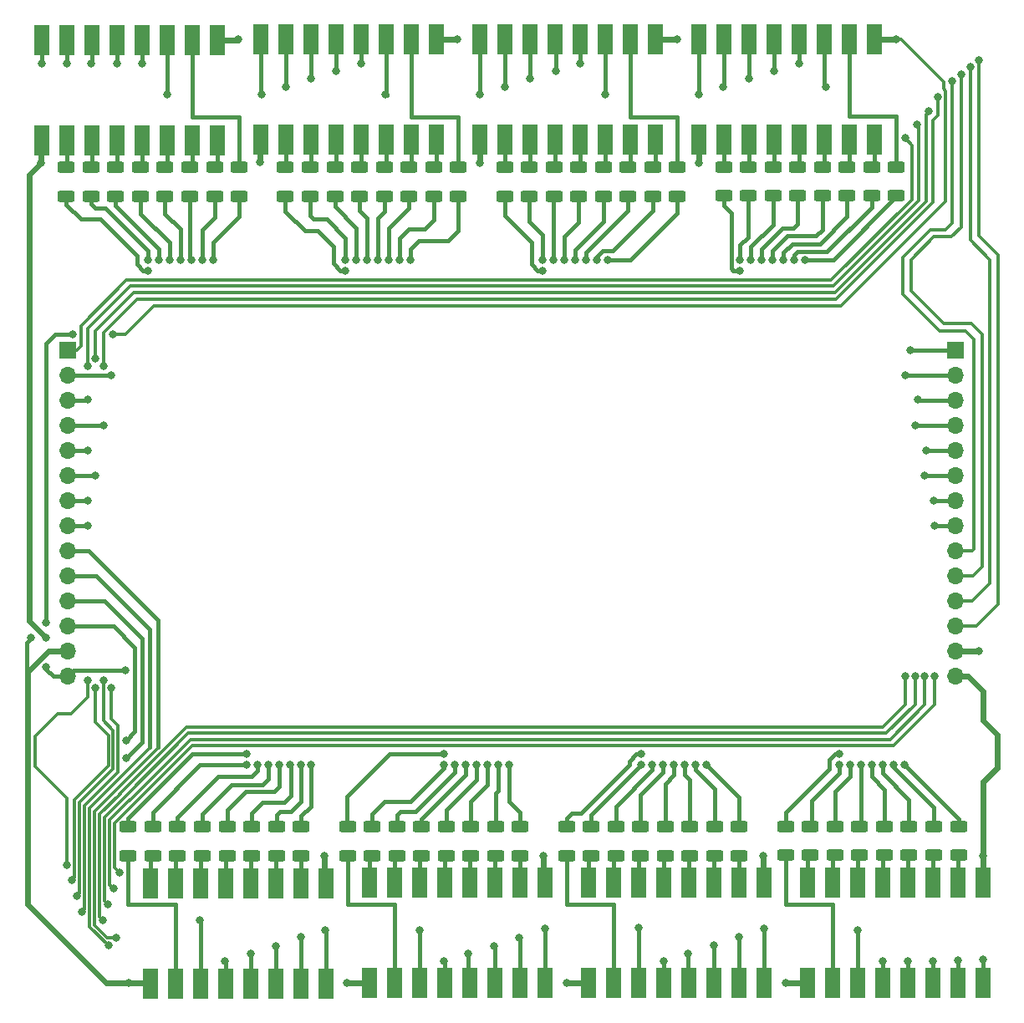
<source format=gtl>
%TF.GenerationSoftware,KiCad,Pcbnew,(6.0.5)*%
%TF.CreationDate,2022-10-16T21:39:42+03:00*%
%TF.ProjectId,LED_MATRIX,4c45445f-4d41-4545-9249-582e6b696361,rev?*%
%TF.SameCoordinates,Original*%
%TF.FileFunction,Copper,L1,Top*%
%TF.FilePolarity,Positive*%
%FSLAX46Y46*%
G04 Gerber Fmt 4.6, Leading zero omitted, Abs format (unit mm)*
G04 Created by KiCad (PCBNEW (6.0.5)) date 2022-10-16 21:39:42*
%MOMM*%
%LPD*%
G01*
G04 APERTURE LIST*
G04 Aperture macros list*
%AMRoundRect*
0 Rectangle with rounded corners*
0 $1 Rounding radius*
0 $2 $3 $4 $5 $6 $7 $8 $9 X,Y pos of 4 corners*
0 Add a 4 corners polygon primitive as box body*
4,1,4,$2,$3,$4,$5,$6,$7,$8,$9,$2,$3,0*
0 Add four circle primitives for the rounded corners*
1,1,$1+$1,$2,$3*
1,1,$1+$1,$4,$5*
1,1,$1+$1,$6,$7*
1,1,$1+$1,$8,$9*
0 Add four rect primitives between the rounded corners*
20,1,$1+$1,$2,$3,$4,$5,0*
20,1,$1+$1,$4,$5,$6,$7,0*
20,1,$1+$1,$6,$7,$8,$9,0*
20,1,$1+$1,$8,$9,$2,$3,0*%
G04 Aperture macros list end*
%TA.AperFunction,SMDPad,CuDef*%
%ADD10RoundRect,0.250000X-0.625000X0.312500X-0.625000X-0.312500X0.625000X-0.312500X0.625000X0.312500X0*%
%TD*%
%TA.AperFunction,SMDPad,CuDef*%
%ADD11RoundRect,0.250000X0.625000X-0.312500X0.625000X0.312500X-0.625000X0.312500X-0.625000X-0.312500X0*%
%TD*%
%TA.AperFunction,ComponentPad*%
%ADD12R,1.700000X1.700000*%
%TD*%
%TA.AperFunction,ComponentPad*%
%ADD13O,1.700000X1.700000*%
%TD*%
%TA.AperFunction,SMDPad,CuDef*%
%ADD14R,1.600000X3.100000*%
%TD*%
%TA.AperFunction,ViaPad*%
%ADD15C,0.800000*%
%TD*%
%TA.AperFunction,Conductor*%
%ADD16C,0.400000*%
%TD*%
%TA.AperFunction,Conductor*%
%ADD17C,0.300000*%
%TD*%
%TA.AperFunction,Conductor*%
%ADD18C,0.600000*%
%TD*%
G04 APERTURE END LIST*
D10*
%TO.P,REF\u002A\u002A,1*%
%TO.N,N/C*%
X98500000Y-52507500D03*
%TO.P,REF\u002A\u002A,2*%
X98500000Y-55432500D03*
%TD*%
D11*
%TO.P,REF\u002A\u002A,1*%
%TO.N,N/C*%
X97270000Y-122252500D03*
%TO.P,REF\u002A\u002A,2*%
X97270000Y-119327500D03*
%TD*%
D10*
%TO.P,REF\u002A\u002A,1*%
%TO.N,N/C*%
X76310000Y-52527500D03*
%TO.P,REF\u002A\u002A,2*%
X76310000Y-55452500D03*
%TD*%
%TO.P,REF\u002A\u002A,1*%
%TO.N,N/C*%
X142890000Y-52487500D03*
%TO.P,REF\u002A\u002A,2*%
X142890000Y-55412500D03*
%TD*%
D11*
%TO.P,REF\u002A\u002A,1*%
%TO.N,N/C*%
X80080000Y-122272500D03*
%TO.P,REF\u002A\u002A,2*%
X80080000Y-119347500D03*
%TD*%
D10*
%TO.P,REF\u002A\u002A,1*%
%TO.N,N/C*%
X140390000Y-52487500D03*
%TO.P,REF\u002A\u002A,2*%
X140390000Y-55412500D03*
%TD*%
D11*
%TO.P,REF\u002A\u002A,1*%
%TO.N,N/C*%
X89770000Y-122252500D03*
%TO.P,REF\u002A\u002A,2*%
X89770000Y-119327500D03*
%TD*%
%TO.P,REF\u002A\u002A,1*%
%TO.N,N/C*%
X136660000Y-122232500D03*
%TO.P,REF\u002A\u002A,2*%
X136660000Y-119307500D03*
%TD*%
%TO.P,REF\u002A\u002A,1*%
%TO.N,N/C*%
X72580000Y-122272500D03*
%TO.P,REF\u002A\u002A,2*%
X72580000Y-119347500D03*
%TD*%
%TO.P,REF\u002A\u002A,1*%
%TO.N,N/C*%
X149160000Y-122232500D03*
%TO.P,REF\u002A\u002A,2*%
X149160000Y-119307500D03*
%TD*%
%TO.P,REF\u002A\u002A,1*%
%TO.N,N/C*%
X85080000Y-122272500D03*
%TO.P,REF\u002A\u002A,2*%
X85080000Y-119347500D03*
%TD*%
D10*
%TO.P,REF\u002A\u002A,1*%
%TO.N,N/C*%
X101000000Y-52507500D03*
%TO.P,REF\u002A\u002A,2*%
X101000000Y-55432500D03*
%TD*%
D11*
%TO.P,REF\u002A\u002A,1*%
%TO.N,N/C*%
X144160000Y-122232500D03*
%TO.P,REF\u002A\u002A,2*%
X144160000Y-119307500D03*
%TD*%
D10*
%TO.P,REF\u002A\u002A,1*%
%TO.N,N/C*%
X71310000Y-52527500D03*
%TO.P,REF\u002A\u002A,2*%
X71310000Y-55452500D03*
%TD*%
%TO.P,REF\u002A\u002A,1*%
%TO.N,N/C*%
X73810000Y-52527500D03*
%TO.P,REF\u002A\u002A,2*%
X73810000Y-55452500D03*
%TD*%
%TO.P,REF\u002A\u002A,1*%
%TO.N,N/C*%
X105700000Y-52507500D03*
%TO.P,REF\u002A\u002A,2*%
X105700000Y-55432500D03*
%TD*%
%TO.P,REF\u002A\u002A,1*%
%TO.N,N/C*%
X91000000Y-52507500D03*
%TO.P,REF\u002A\u002A,2*%
X91000000Y-55432500D03*
%TD*%
%TO.P,REF\u002A\u002A,1*%
%TO.N,N/C*%
X63810000Y-52527500D03*
%TO.P,REF\u002A\u002A,2*%
X63810000Y-55452500D03*
%TD*%
%TO.P,REF\u002A\u002A,1*%
%TO.N,N/C*%
X96000000Y-52507500D03*
%TO.P,REF\u002A\u002A,2*%
X96000000Y-55432500D03*
%TD*%
D11*
%TO.P,REF\u002A\u002A,1*%
%TO.N,N/C*%
X134160000Y-122232500D03*
%TO.P,REF\u002A\u002A,2*%
X134160000Y-119307500D03*
%TD*%
D10*
%TO.P,REF\u002A\u002A,1*%
%TO.N,N/C*%
X118200000Y-52507500D03*
%TO.P,REF\u002A\u002A,2*%
X118200000Y-55432500D03*
%TD*%
%TO.P,REF\u002A\u002A,1*%
%TO.N,N/C*%
X78810000Y-52527500D03*
%TO.P,REF\u002A\u002A,2*%
X78810000Y-55452500D03*
%TD*%
%TO.P,REF\u002A\u002A,1*%
%TO.N,N/C*%
X108200000Y-52507500D03*
%TO.P,REF\u002A\u002A,2*%
X108200000Y-55432500D03*
%TD*%
D11*
%TO.P,REF\u002A\u002A,1*%
%TO.N,N/C*%
X111970000Y-122252500D03*
%TO.P,REF\u002A\u002A,2*%
X111970000Y-119327500D03*
%TD*%
%TO.P,REF\u002A\u002A,1*%
%TO.N,N/C*%
X141660000Y-122232500D03*
%TO.P,REF\u002A\u002A,2*%
X141660000Y-119307500D03*
%TD*%
%TO.P,REF\u002A\u002A,1*%
%TO.N,N/C*%
X77580000Y-122272500D03*
%TO.P,REF\u002A\u002A,2*%
X77580000Y-119347500D03*
%TD*%
D10*
%TO.P,REF\u002A\u002A,1*%
%TO.N,N/C*%
X137890000Y-52487500D03*
%TO.P,REF\u002A\u002A,2*%
X137890000Y-55412500D03*
%TD*%
%TO.P,REF\u002A\u002A,1*%
%TO.N,N/C*%
X110700000Y-52507500D03*
%TO.P,REF\u002A\u002A,2*%
X110700000Y-55432500D03*
%TD*%
D11*
%TO.P,REF\u002A\u002A,1*%
%TO.N,N/C*%
X124470000Y-122252500D03*
%TO.P,REF\u002A\u002A,2*%
X124470000Y-119327500D03*
%TD*%
%TO.P,REF\u002A\u002A,1*%
%TO.N,N/C*%
X116970000Y-122252500D03*
%TO.P,REF\u002A\u002A,2*%
X116970000Y-119327500D03*
%TD*%
D10*
%TO.P,REF\u002A\u002A,1*%
%TO.N,N/C*%
X127890000Y-52487500D03*
%TO.P,REF\u002A\u002A,2*%
X127890000Y-55412500D03*
%TD*%
D11*
%TO.P,REF\u002A\u002A,1*%
%TO.N,N/C*%
X151660000Y-122232500D03*
%TO.P,REF\u002A\u002A,2*%
X151660000Y-119307500D03*
%TD*%
D10*
%TO.P,REF\u002A\u002A,1*%
%TO.N,N/C*%
X115700000Y-52507500D03*
%TO.P,REF\u002A\u002A,2*%
X115700000Y-55432500D03*
%TD*%
%TO.P,REF\u002A\u002A,1*%
%TO.N,N/C*%
X132890000Y-52487500D03*
%TO.P,REF\u002A\u002A,2*%
X132890000Y-55412500D03*
%TD*%
D11*
%TO.P,REF\u002A\u002A,1*%
%TO.N,N/C*%
X107270000Y-122252500D03*
%TO.P,REF\u002A\u002A,2*%
X107270000Y-119327500D03*
%TD*%
D10*
%TO.P,REF\u002A\u002A,1*%
%TO.N,N/C*%
X93500000Y-52507500D03*
%TO.P,REF\u002A\u002A,2*%
X93500000Y-55432500D03*
%TD*%
%TO.P,REF\u002A\u002A,1*%
%TO.N,N/C*%
X61310000Y-52527500D03*
%TO.P,REF\u002A\u002A,2*%
X61310000Y-55452500D03*
%TD*%
%TO.P,REF\u002A\u002A,1*%
%TO.N,N/C*%
X66310000Y-52527500D03*
%TO.P,REF\u002A\u002A,2*%
X66310000Y-55452500D03*
%TD*%
%TO.P,REF\u002A\u002A,1*%
%TO.N,N/C*%
X113200000Y-52507500D03*
%TO.P,REF\u002A\u002A,2*%
X113200000Y-55432500D03*
%TD*%
%TO.P,REF\u002A\u002A,1*%
%TO.N,N/C*%
X120700000Y-52507500D03*
%TO.P,REF\u002A\u002A,2*%
X120700000Y-55432500D03*
%TD*%
D12*
%TO.P,REF\u002A\u002A,1*%
%TO.N,N/C*%
X151360000Y-71050000D03*
D13*
%TO.P,REF\u002A\u002A,2*%
X151360000Y-73590000D03*
%TO.P,REF\u002A\u002A,3*%
X151360000Y-76130000D03*
%TO.P,REF\u002A\u002A,4*%
X151360000Y-78670000D03*
%TO.P,REF\u002A\u002A,5*%
X151360000Y-81210000D03*
%TO.P,REF\u002A\u002A,6*%
X151360000Y-83750000D03*
%TO.P,REF\u002A\u002A,7*%
X151360000Y-86290000D03*
%TO.P,REF\u002A\u002A,8*%
X151360000Y-88830000D03*
%TO.P,REF\u002A\u002A,9*%
X151360000Y-91370000D03*
%TO.P,REF\u002A\u002A,10*%
X151360000Y-93910000D03*
%TO.P,REF\u002A\u002A,11*%
X151360000Y-96450000D03*
%TO.P,REF\u002A\u002A,12*%
X151360000Y-98990000D03*
%TO.P,REF\u002A\u002A,13*%
X151360000Y-101530000D03*
%TO.P,REF\u002A\u002A,14*%
X151360000Y-104070000D03*
%TD*%
D11*
%TO.P,REF\u002A\u002A,1*%
%TO.N,N/C*%
X67580000Y-122272500D03*
%TO.P,REF\u002A\u002A,2*%
X67580000Y-119347500D03*
%TD*%
D10*
%TO.P,REF\u002A\u002A,1*%
%TO.N,N/C*%
X123200000Y-52507500D03*
%TO.P,REF\u002A\u002A,2*%
X123200000Y-55432500D03*
%TD*%
D11*
%TO.P,REF\u002A\u002A,1*%
%TO.N,N/C*%
X119470000Y-122252500D03*
%TO.P,REF\u002A\u002A,2*%
X119470000Y-119327500D03*
%TD*%
%TO.P,REF\u002A\u002A,1*%
%TO.N,N/C*%
X102270000Y-122252500D03*
%TO.P,REF\u002A\u002A,2*%
X102270000Y-119327500D03*
%TD*%
%TO.P,REF\u002A\u002A,1*%
%TO.N,N/C*%
X92270000Y-122252500D03*
%TO.P,REF\u002A\u002A,2*%
X92270000Y-119327500D03*
%TD*%
D10*
%TO.P,REF\u002A\u002A,1*%
%TO.N,N/C*%
X145390000Y-52487500D03*
%TO.P,REF\u002A\u002A,2*%
X145390000Y-55412500D03*
%TD*%
D11*
%TO.P,REF\u002A\u002A,1*%
%TO.N,N/C*%
X70080000Y-122272500D03*
%TO.P,REF\u002A\u002A,2*%
X70080000Y-119347500D03*
%TD*%
%TO.P,REF\u002A\u002A,1*%
%TO.N,N/C*%
X139160000Y-122232500D03*
%TO.P,REF\u002A\u002A,2*%
X139160000Y-119307500D03*
%TD*%
%TO.P,REF\u002A\u002A,1*%
%TO.N,N/C*%
X99770000Y-122252500D03*
%TO.P,REF\u002A\u002A,2*%
X99770000Y-119327500D03*
%TD*%
D10*
%TO.P,REF\u002A\u002A,1*%
%TO.N,N/C*%
X88500000Y-52507500D03*
%TO.P,REF\u002A\u002A,2*%
X88500000Y-55432500D03*
%TD*%
D11*
%TO.P,REF\u002A\u002A,1*%
%TO.N,N/C*%
X146660000Y-122232500D03*
%TO.P,REF\u002A\u002A,2*%
X146660000Y-119307500D03*
%TD*%
%TO.P,REF\u002A\u002A,1*%
%TO.N,N/C*%
X121970000Y-122252500D03*
%TO.P,REF\u002A\u002A,2*%
X121970000Y-119327500D03*
%TD*%
D10*
%TO.P,REF\u002A\u002A,1*%
%TO.N,N/C*%
X135390000Y-52487500D03*
%TO.P,REF\u002A\u002A,2*%
X135390000Y-55412500D03*
%TD*%
%TO.P,REF\u002A\u002A,1*%
%TO.N,N/C*%
X130390000Y-52487500D03*
%TO.P,REF\u002A\u002A,2*%
X130390000Y-55412500D03*
%TD*%
D11*
%TO.P,REF\u002A\u002A,1*%
%TO.N,N/C*%
X114470000Y-122252500D03*
%TO.P,REF\u002A\u002A,2*%
X114470000Y-119327500D03*
%TD*%
D10*
%TO.P,REF\u002A\u002A,1*%
%TO.N,N/C*%
X68810000Y-52527500D03*
%TO.P,REF\u002A\u002A,2*%
X68810000Y-55452500D03*
%TD*%
D11*
%TO.P,REF\u002A\u002A,1*%
%TO.N,N/C*%
X129470000Y-122252500D03*
%TO.P,REF\u002A\u002A,2*%
X129470000Y-119327500D03*
%TD*%
%TO.P,REF\u002A\u002A,1*%
%TO.N,N/C*%
X75080000Y-122272500D03*
%TO.P,REF\u002A\u002A,2*%
X75080000Y-119347500D03*
%TD*%
%TO.P,REF\u002A\u002A,1*%
%TO.N,N/C*%
X82580000Y-122272500D03*
%TO.P,REF\u002A\u002A,2*%
X82580000Y-119347500D03*
%TD*%
%TO.P,REF\u002A\u002A,1*%
%TO.N,N/C*%
X126970000Y-122252500D03*
%TO.P,REF\u002A\u002A,2*%
X126970000Y-119327500D03*
%TD*%
D10*
%TO.P,REF\u002A\u002A,1*%
%TO.N,N/C*%
X83500000Y-52507500D03*
%TO.P,REF\u002A\u002A,2*%
X83500000Y-55432500D03*
%TD*%
D11*
%TO.P,REF\u002A\u002A,1*%
%TO.N,N/C*%
X94770000Y-122252500D03*
%TO.P,REF\u002A\u002A,2*%
X94770000Y-119327500D03*
%TD*%
%TO.P,REF\u002A\u002A,1*%
%TO.N,N/C*%
X104770000Y-122252500D03*
%TO.P,REF\u002A\u002A,2*%
X104770000Y-119327500D03*
%TD*%
D12*
%TO.P,REF\u002A\u002A,1*%
%TO.N,N/C*%
X61460000Y-71066275D03*
D13*
%TO.P,REF\u002A\u002A,2*%
X61460000Y-73606275D03*
%TO.P,REF\u002A\u002A,3*%
X61460000Y-76146275D03*
%TO.P,REF\u002A\u002A,4*%
X61460000Y-78686275D03*
%TO.P,REF\u002A\u002A,5*%
X61460000Y-81226275D03*
%TO.P,REF\u002A\u002A,6*%
X61460000Y-83766275D03*
%TO.P,REF\u002A\u002A,7*%
X61460000Y-86306275D03*
%TO.P,REF\u002A\u002A,8*%
X61460000Y-88846275D03*
%TO.P,REF\u002A\u002A,9*%
X61460000Y-91386275D03*
%TO.P,REF\u002A\u002A,10*%
X61460000Y-93926275D03*
%TO.P,REF\u002A\u002A,11*%
X61460000Y-96466275D03*
%TO.P,REF\u002A\u002A,12*%
X61460000Y-99006275D03*
%TO.P,REF\u002A\u002A,13*%
X61460000Y-101546275D03*
%TO.P,REF\u002A\u002A,14*%
X61460000Y-104086275D03*
%TD*%
D10*
%TO.P,REF\u002A\u002A,1*%
%TO.N,N/C*%
X86000000Y-52507500D03*
%TO.P,REF\u002A\u002A,2*%
X86000000Y-55432500D03*
%TD*%
D14*
%TO.P,74LS595,1*%
%TO.N,N/C*%
X120990000Y-49750000D03*
%TO.P,74LS595,2*%
X118450000Y-49750000D03*
%TO.P,74LS595,3*%
X115910000Y-49750000D03*
%TO.P,74LS595,4*%
X113370000Y-49750000D03*
%TO.P,74LS595,5*%
X110830000Y-49750000D03*
%TO.P,74LS595,6*%
X108290000Y-49750000D03*
%TO.P,74LS595,7*%
X105750000Y-49750000D03*
%TO.P,74LS595,8*%
X103210000Y-49750000D03*
%TO.P,74LS595,9*%
X103210000Y-39590000D03*
%TO.P,74LS595,10*%
X105750000Y-39590000D03*
%TO.P,74LS595,11*%
X108290000Y-39590000D03*
%TO.P,74LS595,12*%
X110830000Y-39590000D03*
%TO.P,74LS595,13*%
X113370000Y-39590000D03*
%TO.P,74LS595,14*%
X115910000Y-39590000D03*
%TO.P,74LS595,15*%
X118450000Y-39590000D03*
%TO.P,74LS595,16*%
X120990000Y-39590000D03*
%TD*%
%TO.P,74LS595,1*%
%TO.N,N/C*%
X114180000Y-125010000D03*
%TO.P,74LS595,2*%
X116720000Y-125010000D03*
%TO.P,74LS595,3*%
X119260000Y-125010000D03*
%TO.P,74LS595,4*%
X121800000Y-125010000D03*
%TO.P,74LS595,5*%
X124340000Y-125010000D03*
%TO.P,74LS595,6*%
X126880000Y-125010000D03*
%TO.P,74LS595,7*%
X129420000Y-125010000D03*
%TO.P,74LS595,8*%
X131960000Y-125010000D03*
%TO.P,74LS595,9*%
X131960000Y-135170000D03*
%TO.P,74LS595,10*%
X129420000Y-135170000D03*
%TO.P,74LS595,11*%
X126880000Y-135170000D03*
%TO.P,74LS595,12*%
X124340000Y-135170000D03*
%TO.P,74LS595,13*%
X121800000Y-135170000D03*
%TO.P,74LS595,14*%
X119260000Y-135170000D03*
%TO.P,74LS595,15*%
X116720000Y-135170000D03*
%TO.P,74LS595,16*%
X114180000Y-135170000D03*
%TD*%
%TO.P,74LS595,1*%
%TO.N,N/C*%
X98790000Y-49750000D03*
%TO.P,74LS595,2*%
X96250000Y-49750000D03*
%TO.P,74LS595,3*%
X93710000Y-49750000D03*
%TO.P,74LS595,4*%
X91170000Y-49750000D03*
%TO.P,74LS595,5*%
X88630000Y-49750000D03*
%TO.P,74LS595,6*%
X86090000Y-49750000D03*
%TO.P,74LS595,7*%
X83550000Y-49750000D03*
%TO.P,74LS595,8*%
X81010000Y-49750000D03*
%TO.P,74LS595,9*%
X81010000Y-39590000D03*
%TO.P,74LS595,10*%
X83550000Y-39590000D03*
%TO.P,74LS595,11*%
X86090000Y-39590000D03*
%TO.P,74LS595,12*%
X88630000Y-39590000D03*
%TO.P,74LS595,13*%
X91170000Y-39590000D03*
%TO.P,74LS595,14*%
X93710000Y-39590000D03*
%TO.P,74LS595,15*%
X96250000Y-39590000D03*
%TO.P,74LS595,16*%
X98790000Y-39590000D03*
%TD*%
%TO.P,74LS595,1*%
%TO.N,N/C*%
X143180000Y-49730000D03*
%TO.P,74LS595,2*%
X140640000Y-49730000D03*
%TO.P,74LS595,3*%
X138100000Y-49730000D03*
%TO.P,74LS595,4*%
X135560000Y-49730000D03*
%TO.P,74LS595,5*%
X133020000Y-49730000D03*
%TO.P,74LS595,6*%
X130480000Y-49730000D03*
%TO.P,74LS595,7*%
X127940000Y-49730000D03*
%TO.P,74LS595,8*%
X125400000Y-49730000D03*
%TO.P,74LS595,9*%
X125400000Y-39570000D03*
%TO.P,74LS595,10*%
X127940000Y-39570000D03*
%TO.P,74LS595,11*%
X130480000Y-39570000D03*
%TO.P,74LS595,12*%
X133020000Y-39570000D03*
%TO.P,74LS595,13*%
X135560000Y-39570000D03*
%TO.P,74LS595,14*%
X138100000Y-39570000D03*
%TO.P,74LS595,15*%
X140640000Y-39570000D03*
%TO.P,74LS595,16*%
X143180000Y-39570000D03*
%TD*%
%TO.P,74LS595,1*%
%TO.N,N/C*%
X91980000Y-125010000D03*
%TO.P,74LS595,2*%
X94520000Y-125010000D03*
%TO.P,74LS595,3*%
X97060000Y-125010000D03*
%TO.P,74LS595,4*%
X99600000Y-125010000D03*
%TO.P,74LS595,5*%
X102140000Y-125010000D03*
%TO.P,74LS595,6*%
X104680000Y-125010000D03*
%TO.P,74LS595,7*%
X107220000Y-125010000D03*
%TO.P,74LS595,8*%
X109760000Y-125010000D03*
%TO.P,74LS595,9*%
X109760000Y-135170000D03*
%TO.P,74LS595,10*%
X107220000Y-135170000D03*
%TO.P,74LS595,11*%
X104680000Y-135170000D03*
%TO.P,74LS595,12*%
X102140000Y-135170000D03*
%TO.P,74LS595,13*%
X99600000Y-135170000D03*
%TO.P,74LS595,14*%
X97060000Y-135170000D03*
%TO.P,74LS595,15*%
X94520000Y-135170000D03*
%TO.P,74LS595,16*%
X91980000Y-135170000D03*
%TD*%
%TO.P,74LS595,1*%
%TO.N,N/C*%
X136370000Y-124990000D03*
%TO.P,74LS595,2*%
X138910000Y-124990000D03*
%TO.P,74LS595,3*%
X141450000Y-124990000D03*
%TO.P,74LS595,4*%
X143990000Y-124990000D03*
%TO.P,74LS595,5*%
X146530000Y-124990000D03*
%TO.P,74LS595,6*%
X149070000Y-124990000D03*
%TO.P,74LS595,7*%
X151610000Y-124990000D03*
%TO.P,74LS595,8*%
X154150000Y-124990000D03*
%TO.P,74LS595,9*%
X154150000Y-135150000D03*
%TO.P,74LS595,10*%
X151610000Y-135150000D03*
%TO.P,74LS595,11*%
X149070000Y-135150000D03*
%TO.P,74LS595,12*%
X146530000Y-135150000D03*
%TO.P,74LS595,13*%
X143990000Y-135150000D03*
%TO.P,74LS595,14*%
X141450000Y-135150000D03*
%TO.P,74LS595,15*%
X138910000Y-135150000D03*
%TO.P,74LS595,16*%
X136370000Y-135150000D03*
%TD*%
%TO.P,74LS595,1*%
%TO.N,N/C*%
X76600000Y-49770000D03*
%TO.P,74LS595,2*%
X74060000Y-49770000D03*
%TO.P,74LS595,3*%
X71520000Y-49770000D03*
%TO.P,74LS595,4*%
X68980000Y-49770000D03*
%TO.P,74LS595,5*%
X66440000Y-49770000D03*
%TO.P,74LS595,6*%
X63900000Y-49770000D03*
%TO.P,74LS595,7*%
X61360000Y-49770000D03*
%TO.P,74LS595,8*%
X58820000Y-49770000D03*
%TO.P,74LS595,9*%
X58820000Y-39610000D03*
%TO.P,74LS595,10*%
X61360000Y-39610000D03*
%TO.P,74LS595,11*%
X63900000Y-39610000D03*
%TO.P,74LS595,12*%
X66440000Y-39610000D03*
%TO.P,74LS595,13*%
X68980000Y-39610000D03*
%TO.P,74LS595,14*%
X71520000Y-39610000D03*
%TO.P,74LS595,15*%
X74060000Y-39610000D03*
%TO.P,74LS595,16*%
X76600000Y-39610000D03*
%TD*%
%TO.P,74LS595,1*%
%TO.N,N/C*%
X69790000Y-125030000D03*
%TO.P,74LS595,2*%
X72330000Y-125030000D03*
%TO.P,74LS595,3*%
X74870000Y-125030000D03*
%TO.P,74LS595,4*%
X77410000Y-125030000D03*
%TO.P,74LS595,5*%
X79950000Y-125030000D03*
%TO.P,74LS595,6*%
X82490000Y-125030000D03*
%TO.P,74LS595,7*%
X85030000Y-125030000D03*
%TO.P,74LS595,8*%
X87570000Y-125030000D03*
%TO.P,74LS595,9*%
X87570000Y-135190000D03*
%TO.P,74LS595,10*%
X85030000Y-135190000D03*
%TO.P,74LS595,11*%
X82490000Y-135190000D03*
%TO.P,74LS595,12*%
X79950000Y-135190000D03*
%TO.P,74LS595,13*%
X77410000Y-135190000D03*
%TO.P,74LS595,14*%
X74870000Y-135190000D03*
%TO.P,74LS595,15*%
X72330000Y-135190000D03*
%TO.P,74LS595,16*%
X69790000Y-135190000D03*
%TD*%
D15*
%TO.N,*%
X145060000Y-113070000D03*
X130660000Y-61870000D03*
X132960000Y-42770000D03*
X147460000Y-48170000D03*
X65860000Y-105270000D03*
X81760000Y-113070000D03*
X79560000Y-111970000D03*
X148360000Y-81170000D03*
X123960000Y-113070000D03*
X125360000Y-45170000D03*
X119280000Y-129520000D03*
X58760000Y-52070000D03*
X87460000Y-122310000D03*
X87550000Y-129790000D03*
X89760000Y-135170000D03*
X115060000Y-61870000D03*
X146260000Y-49570000D03*
X152860000Y-42370000D03*
X66460000Y-41970000D03*
X141450000Y-129810000D03*
X86060000Y-113070000D03*
X104640000Y-131400000D03*
X143960000Y-113070000D03*
X100660000Y-113070000D03*
X123160000Y-39570000D03*
X107160000Y-130540000D03*
X59260000Y-98670000D03*
X63460000Y-72670000D03*
X146260000Y-104070000D03*
X125360000Y-52070000D03*
X103960000Y-113070000D03*
X72860000Y-61870000D03*
X70660000Y-61870000D03*
X80660000Y-113070000D03*
X93660000Y-45170000D03*
X61360000Y-41970000D03*
X149070000Y-132920000D03*
X131760000Y-61870000D03*
X143980000Y-132980000D03*
X62360000Y-126370000D03*
X147560000Y-76070000D03*
X133960000Y-61870000D03*
X99570000Y-132960000D03*
X65520000Y-127170000D03*
X67360000Y-110570000D03*
X113960000Y-61870000D03*
X127860000Y-44370000D03*
X132860000Y-61870000D03*
X102010000Y-132180000D03*
X65060000Y-104470000D03*
X129560000Y-61870000D03*
X103160000Y-45170000D03*
X89560000Y-61870000D03*
X86060000Y-43570000D03*
X120660000Y-113070000D03*
X113360000Y-41970000D03*
X97090000Y-129810000D03*
X101760000Y-113070000D03*
X85060000Y-130530000D03*
X110860000Y-42770000D03*
X69560000Y-62970000D03*
X67360000Y-112370000D03*
X119560000Y-111970000D03*
X109660000Y-122310000D03*
X75060000Y-61870000D03*
X69560000Y-61870000D03*
X61360000Y-123170000D03*
X63460000Y-104470000D03*
X105060000Y-113070000D03*
X103160000Y-52070000D03*
X64260000Y-71870000D03*
X131980000Y-129640000D03*
X105760000Y-44370000D03*
X112860000Y-61870000D03*
X64260000Y-105270000D03*
X73960000Y-61870000D03*
X83560000Y-44370000D03*
X61960000Y-69470000D03*
X134160000Y-135170000D03*
X93960000Y-61870000D03*
X77400000Y-132970000D03*
X136160000Y-61870000D03*
X149560000Y-45370000D03*
X82860000Y-113070000D03*
X76160000Y-61870000D03*
X63460000Y-76070000D03*
X63860000Y-41970000D03*
X58860000Y-41970000D03*
X146530000Y-132920000D03*
X68960000Y-41970000D03*
X154160000Y-132770000D03*
X65860000Y-73570000D03*
X64260000Y-83770000D03*
X116160000Y-61870000D03*
X129560000Y-62970000D03*
X65060000Y-78670000D03*
X111760000Y-61870000D03*
X78760000Y-39570000D03*
X71760000Y-61870000D03*
X109560000Y-61870000D03*
X149230000Y-88830000D03*
X135560000Y-41970000D03*
X96160000Y-61870000D03*
X153750000Y-101530000D03*
X102860000Y-113070000D03*
X147260000Y-78650000D03*
X122860000Y-113070000D03*
X131910000Y-122310000D03*
X146160000Y-113070000D03*
X139560000Y-113070000D03*
X66360000Y-130540000D03*
X95060000Y-61870000D03*
X62860000Y-127970000D03*
X111960000Y-135170000D03*
X153760000Y-41670000D03*
X92860000Y-61870000D03*
X139560000Y-111970000D03*
X57760000Y-100170000D03*
X59260000Y-100170000D03*
X67660000Y-135170000D03*
X65060000Y-72670000D03*
X99560000Y-113070000D03*
X148260000Y-104070000D03*
X129420000Y-130530000D03*
X65560000Y-131370000D03*
X141760000Y-113070000D03*
X138240000Y-44410000D03*
X100860000Y-39570000D03*
X61860000Y-124770000D03*
X63460000Y-86270000D03*
X81060000Y-45170000D03*
X121810000Y-132970000D03*
X149260000Y-104070000D03*
X110660000Y-61870000D03*
X148260000Y-83770000D03*
X126880000Y-131360000D03*
X125060000Y-113070000D03*
X99560000Y-111970000D03*
X83960000Y-113070000D03*
X91160000Y-41970000D03*
X126160000Y-113070000D03*
X142860000Y-113070000D03*
X108260000Y-43570000D03*
X151060000Y-43770000D03*
X63460000Y-81170000D03*
X115860000Y-45170000D03*
X154150000Y-122310000D03*
X79960000Y-132170000D03*
X119560000Y-113070000D03*
X109770000Y-129630000D03*
X121760000Y-113070000D03*
X66700000Y-123960000D03*
X74830000Y-128810000D03*
X71560000Y-45170000D03*
X109560000Y-62970000D03*
X65030000Y-128790000D03*
X124230000Y-132170000D03*
X89560000Y-62970000D03*
X88660000Y-42770000D03*
X146260000Y-73570000D03*
X151620000Y-132840000D03*
X85060000Y-113070000D03*
X90660000Y-61870000D03*
X63460000Y-88870000D03*
X91760000Y-61870000D03*
X145360000Y-39570000D03*
X148660000Y-46870000D03*
X106160000Y-113070000D03*
X67260000Y-103470000D03*
X79560000Y-113070000D03*
X59260000Y-103170000D03*
X147260000Y-104070000D03*
X149160000Y-86270000D03*
X140660000Y-113070000D03*
X66070000Y-125610000D03*
X82510000Y-131380000D03*
X80960000Y-51970000D03*
X135060000Y-61870000D03*
X151960000Y-43070000D03*
X146760000Y-71070000D03*
X130460000Y-43570000D03*
X66060000Y-69470000D03*
%TD*%
D16*
%TO.N,*%
X114470000Y-118160000D02*
X114470000Y-119327500D01*
D17*
X147660000Y-55870000D02*
X147660000Y-48370000D01*
D16*
X135560000Y-49730000D02*
X135560000Y-52317500D01*
X118200000Y-56930000D02*
X118200000Y-55432500D01*
X91000000Y-56910000D02*
X91000000Y-55432500D01*
D17*
X152860000Y-42370000D02*
X152860000Y-59870000D01*
X66060000Y-69470000D02*
X67260000Y-69470000D01*
D16*
X61463725Y-83770000D02*
X61460000Y-83766275D01*
D17*
X150960000Y-59570000D02*
X149160000Y-59570000D01*
X69760000Y-111370000D02*
X69760000Y-111270000D01*
D16*
X85080000Y-118250000D02*
X85080000Y-119347500D01*
X91170000Y-52337500D02*
X91000000Y-52507500D01*
D17*
X151960000Y-43070000D02*
X151960000Y-58570000D01*
D16*
X136370000Y-124990000D02*
X136370000Y-122522500D01*
X100660000Y-113070000D02*
X100660000Y-113770000D01*
X77400000Y-132970000D02*
X77410000Y-132980000D01*
X145390000Y-55440000D02*
X145390000Y-55412500D01*
X115060000Y-61870000D02*
X115060000Y-61570000D01*
X98790000Y-49750000D02*
X98790000Y-52217500D01*
X127940000Y-44290000D02*
X127940000Y-39570000D01*
X57260000Y-100670000D02*
X57260000Y-103540000D01*
X63460000Y-76070000D02*
X63383725Y-76146275D01*
X108460000Y-60170000D02*
X105700000Y-57410000D01*
X135390000Y-58240000D02*
X135390000Y-55412500D01*
X138910000Y-124990000D02*
X138910000Y-122482500D01*
X85060000Y-130530000D02*
X85030000Y-130560000D01*
X77410000Y-122442500D02*
X77580000Y-122272500D01*
X110660000Y-55472500D02*
X110700000Y-55432500D01*
X134360000Y-59470000D02*
X137260000Y-59470000D01*
X71520000Y-49770000D02*
X71520000Y-52317500D01*
X96000000Y-56630000D02*
X96000000Y-55432500D01*
X74830000Y-128810000D02*
X74870000Y-128850000D01*
D17*
X65860000Y-108370000D02*
X65860000Y-105270000D01*
X65515000Y-115615000D02*
X63660000Y-117470000D01*
D18*
X80960000Y-51970000D02*
X80960000Y-49800000D01*
D16*
X106160000Y-116770000D02*
X107270000Y-117880000D01*
X72330000Y-125030000D02*
X72330000Y-122522500D01*
D17*
X154060000Y-69470000D02*
X154060000Y-92970000D01*
X147660000Y-48370000D02*
X147460000Y-48170000D01*
D16*
X97060000Y-125010000D02*
X97060000Y-122462500D01*
D17*
X146260000Y-104070000D02*
X146260000Y-106970000D01*
D16*
X103210000Y-45120000D02*
X103210000Y-39590000D01*
X72860000Y-58770000D02*
X71310000Y-57220000D01*
X120660000Y-113070000D02*
X120660000Y-113570000D01*
X67580000Y-122272500D02*
X67580000Y-127210000D01*
X121800000Y-125010000D02*
X121800000Y-122422500D01*
X136760000Y-116670000D02*
X136760000Y-119207500D01*
X91760000Y-61870000D02*
X91760000Y-57670000D01*
X124340000Y-122382500D02*
X124470000Y-122252500D01*
D17*
X150360000Y-55970000D02*
X150360000Y-44770000D01*
D16*
X80960000Y-49800000D02*
X81010000Y-49750000D01*
D17*
X149560000Y-47270000D02*
X149060000Y-47770000D01*
D18*
X152660000Y-104070000D02*
X151360000Y-104070000D01*
D17*
X65560000Y-113170000D02*
X65560000Y-110070000D01*
D16*
X63810000Y-55452500D02*
X63810000Y-56220000D01*
D17*
X65060000Y-108570000D02*
X65060000Y-104470000D01*
D16*
X103160000Y-49800000D02*
X103210000Y-49750000D01*
X67580000Y-127210000D02*
X72330000Y-127210000D01*
X106160000Y-113070000D02*
X106160000Y-116770000D01*
D18*
X109660000Y-124910000D02*
X109760000Y-125010000D01*
D17*
X63660000Y-129470000D02*
X65560000Y-131370000D01*
D16*
X109560000Y-62970000D02*
X109060000Y-62970000D01*
X147280000Y-78630000D02*
X151320000Y-78630000D01*
X82860000Y-115270000D02*
X82360000Y-115770000D01*
X129420000Y-122302500D02*
X129470000Y-122252500D01*
X129420000Y-125010000D02*
X129420000Y-122302500D01*
X140640000Y-52237500D02*
X140390000Y-52487500D01*
X88660000Y-42770000D02*
X88660000Y-39620000D01*
X105750000Y-49750000D02*
X105750000Y-52457500D01*
X61483725Y-88870000D02*
X61460000Y-88846275D01*
X66440000Y-49770000D02*
X66440000Y-52397500D01*
X102860000Y-113070000D02*
X102860000Y-114570000D01*
X102030000Y-132200000D02*
X102030000Y-135060000D01*
X116970000Y-117260000D02*
X116970000Y-119327500D01*
X113360000Y-41970000D02*
X113370000Y-41960000D01*
X107160000Y-130540000D02*
X107220000Y-130600000D01*
X86060000Y-113070000D02*
X86060000Y-117270000D01*
X113960000Y-61170000D02*
X118200000Y-56930000D01*
X125060000Y-113070000D02*
X125060000Y-113570000D01*
D17*
X67120000Y-116410000D02*
X67260000Y-116270000D01*
D16*
X95960000Y-58770000D02*
X97560000Y-58770000D01*
X78060000Y-115070000D02*
X75080000Y-118050000D01*
X107220000Y-122302500D02*
X107270000Y-122252500D01*
X80660000Y-113070000D02*
X80660000Y-113670000D01*
X82580000Y-118150000D02*
X82580000Y-119347500D01*
X131760000Y-61870000D02*
X131760000Y-60770000D01*
D18*
X123140000Y-39590000D02*
X120990000Y-39590000D01*
D16*
X85060000Y-116770000D02*
X84060000Y-117770000D01*
X78810000Y-47470000D02*
X74060000Y-47470000D01*
X133960000Y-61170000D02*
X134860000Y-60270000D01*
X96250000Y-47470000D02*
X96250000Y-39590000D01*
X112860000Y-61870000D02*
X112860000Y-60870000D01*
X81760000Y-113070000D02*
X81760000Y-114470000D01*
D17*
X70160000Y-66570000D02*
X139760000Y-66570000D01*
X152860000Y-59870000D02*
X154860000Y-61870000D01*
D16*
X86060000Y-43570000D02*
X86060000Y-39620000D01*
D17*
X149060000Y-56070000D02*
X139260000Y-65870000D01*
D16*
X67260000Y-103470000D02*
X62076275Y-103470000D01*
X88360000Y-60570000D02*
X86760000Y-58970000D01*
X120700000Y-56930000D02*
X120700000Y-55432500D01*
X63810000Y-56220000D02*
X64260000Y-56670000D01*
X100660000Y-113770000D02*
X96660000Y-117770000D01*
X75060000Y-58870000D02*
X76310000Y-57620000D01*
D17*
X62760000Y-68570000D02*
X62760000Y-70670000D01*
D18*
X154150000Y-114780000D02*
X155560000Y-113370000D01*
D17*
X144760000Y-110470000D02*
X73860000Y-110470000D01*
X150160000Y-43870000D02*
X145860000Y-39570000D01*
D16*
X146530000Y-124990000D02*
X146530000Y-122362500D01*
X87550000Y-129790000D02*
X87570000Y-129810000D01*
X130390000Y-59590000D02*
X129560000Y-60420000D01*
X135560000Y-41970000D02*
X135560000Y-39570000D01*
D17*
X154060000Y-92970000D02*
X153120000Y-93910000D01*
D16*
X93710000Y-52297500D02*
X93500000Y-52507500D01*
D17*
X151060000Y-43770000D02*
X151060000Y-58170000D01*
D16*
X65260000Y-56670000D02*
X69560000Y-60970000D01*
X63900000Y-49770000D02*
X63900000Y-52437500D01*
X139560000Y-113070000D02*
X139560000Y-113870000D01*
X80660000Y-113670000D02*
X80060000Y-114270000D01*
X136160000Y-61870000D02*
X138960000Y-61870000D01*
X90660000Y-58670000D02*
X88500000Y-56510000D01*
X81160000Y-115070000D02*
X78060000Y-115070000D01*
X96160000Y-116770000D02*
X93560000Y-116770000D01*
X63383725Y-76146275D02*
X61460000Y-76146275D01*
D17*
X138760000Y-63970000D02*
X67360000Y-63970000D01*
D16*
X107270000Y-117880000D02*
X107270000Y-119327500D01*
X99560000Y-113070000D02*
X99560000Y-113370000D01*
X67580000Y-118450000D02*
X67580000Y-119347500D01*
D18*
X98810000Y-39570000D02*
X98790000Y-39590000D01*
D16*
X83560000Y-44370000D02*
X83550000Y-44360000D01*
X91760000Y-57670000D02*
X91000000Y-56910000D01*
X71310000Y-57220000D02*
X71310000Y-55452500D01*
D18*
X131910000Y-122310000D02*
X131910000Y-124960000D01*
D16*
X110860000Y-39620000D02*
X110830000Y-39590000D01*
D17*
X148360000Y-55970000D02*
X139160000Y-65170000D01*
X70560000Y-111270000D02*
X70560000Y-111370000D01*
D16*
X92860000Y-57670000D02*
X93500000Y-57030000D01*
D17*
X73660000Y-109870000D02*
X67260000Y-116270000D01*
D16*
X134160000Y-127210000D02*
X138910000Y-127210000D01*
D17*
X148260000Y-104070000D02*
X148260000Y-106970000D01*
X153440000Y-98990000D02*
X151360000Y-98990000D01*
D16*
X60160000Y-69470000D02*
X61960000Y-69470000D01*
D17*
X150360000Y-44770000D02*
X150160000Y-44570000D01*
D16*
X94520000Y-122502500D02*
X94770000Y-122252500D01*
X99600000Y-125010000D02*
X99600000Y-122422500D01*
X125060000Y-113570000D02*
X126970000Y-115480000D01*
D17*
X61760000Y-107870000D02*
X63460000Y-106170000D01*
D16*
X86060000Y-39620000D02*
X86090000Y-39590000D01*
X82490000Y-135190000D02*
X82490000Y-131400000D01*
X113370000Y-41960000D02*
X113370000Y-39590000D01*
X68980000Y-52357500D02*
X68810000Y-52527500D01*
X86060000Y-117270000D02*
X85080000Y-118250000D01*
X143180000Y-52197500D02*
X142890000Y-52487500D01*
X111760000Y-59520000D02*
X113200000Y-58080000D01*
X110830000Y-52377500D02*
X110700000Y-52507500D01*
X123960000Y-114070000D02*
X124460000Y-114570000D01*
X69060000Y-62970000D02*
X68460000Y-62370000D01*
X70560000Y-111270000D02*
X70560000Y-98370000D01*
X93500000Y-57030000D02*
X93500000Y-55432500D01*
D18*
X58760000Y-52070000D02*
X58760000Y-49830000D01*
D16*
X123960000Y-113070000D02*
X123960000Y-114070000D01*
X102010000Y-132180000D02*
X102030000Y-132200000D01*
X70560000Y-98370000D02*
X63576275Y-91386275D01*
D17*
X61860000Y-124770000D02*
X62160000Y-124470000D01*
X153760000Y-59470000D02*
X155660000Y-61370000D01*
X65515000Y-115615000D02*
X65790000Y-115340000D01*
D16*
X126880000Y-131360000D02*
X126880000Y-135170000D01*
X107220000Y-125010000D02*
X107220000Y-122302500D01*
D17*
X150160000Y-44570000D02*
X150160000Y-43870000D01*
D16*
X97010000Y-59970000D02*
X99960000Y-59970000D01*
X104640000Y-131400000D02*
X104680000Y-131440000D01*
X71760000Y-60170000D02*
X71760000Y-61870000D01*
X130660000Y-61870000D02*
X130660000Y-60570000D01*
X147620000Y-76130000D02*
X151360000Y-76130000D01*
X72860000Y-61870000D02*
X72860000Y-58770000D01*
D17*
X64660000Y-118070000D02*
X66750000Y-115980000D01*
D16*
X143990000Y-124990000D02*
X143990000Y-122402500D01*
D17*
X65515000Y-115615000D02*
X69760000Y-111370000D01*
D16*
X91170000Y-49750000D02*
X91170000Y-52337500D01*
X70660000Y-60770000D02*
X66310000Y-56420000D01*
D17*
X62160000Y-124470000D02*
X62160000Y-116570000D01*
X57660000Y-69470000D02*
X57560000Y-69370000D01*
D16*
X136760000Y-119207500D02*
X136660000Y-119307500D01*
D18*
X57560000Y-98470000D02*
X57560000Y-69370000D01*
D16*
X138910000Y-122482500D02*
X139160000Y-122232500D01*
X99560000Y-111970000D02*
X94060000Y-111970000D01*
D17*
X61360000Y-123170000D02*
X61360000Y-116420000D01*
D16*
X66440000Y-41950000D02*
X66440000Y-39610000D01*
D17*
X149560000Y-45370000D02*
X149560000Y-47270000D01*
D16*
X93760000Y-45270000D02*
X93710000Y-45220000D01*
X80060000Y-114270000D02*
X76660000Y-114270000D01*
D17*
X74040000Y-111090000D02*
X145140000Y-111090000D01*
D16*
X94520000Y-125010000D02*
X94520000Y-122502500D01*
X120990000Y-52217500D02*
X120700000Y-52507500D01*
D17*
X60460000Y-107870000D02*
X61760000Y-107870000D01*
X153260000Y-91170000D02*
X153060000Y-91370000D01*
D16*
X148360000Y-81170000D02*
X151320000Y-81170000D01*
X61360000Y-39610000D02*
X61360000Y-41970000D01*
X151660000Y-118570000D02*
X151660000Y-119307500D01*
X59976275Y-104086275D02*
X61460000Y-104086275D01*
X68980000Y-41950000D02*
X68960000Y-41970000D01*
X145060000Y-113070000D02*
X145060000Y-113270000D01*
X93560000Y-116770000D02*
X92270000Y-118060000D01*
X151320000Y-81170000D02*
X151360000Y-81210000D01*
D18*
X59480000Y-101540000D02*
X59486275Y-101546275D01*
D17*
X67760000Y-64570000D02*
X138960000Y-64570000D01*
X62760000Y-70670000D02*
X62363725Y-71066275D01*
D16*
X140660000Y-114270000D02*
X139160000Y-115770000D01*
X102030000Y-135060000D02*
X102140000Y-135170000D01*
X74060000Y-47470000D02*
X74060000Y-39610000D01*
X84060000Y-116170000D02*
X83360000Y-116870000D01*
D17*
X146860000Y-61870000D02*
X146860000Y-65070000D01*
D18*
X87460000Y-122310000D02*
X87460000Y-124920000D01*
D16*
X136370000Y-122522500D02*
X136660000Y-122232500D01*
X109560000Y-61870000D02*
X109560000Y-59370000D01*
X134160000Y-117870000D02*
X134160000Y-119307500D01*
X76660000Y-114270000D02*
X72580000Y-118350000D01*
X112860000Y-60870000D02*
X115700000Y-58030000D01*
D17*
X64660000Y-128420000D02*
X64660000Y-118070000D01*
X148260000Y-106970000D02*
X144760000Y-110470000D01*
D16*
X82490000Y-122362500D02*
X82580000Y-122272500D01*
X93710000Y-49750000D02*
X93710000Y-52297500D01*
X74870000Y-122482500D02*
X75080000Y-122272500D01*
X96660000Y-117770000D02*
X95160000Y-117770000D01*
X121810000Y-132970000D02*
X121800000Y-132980000D01*
X103960000Y-113070000D02*
X103960000Y-115070000D01*
X76160000Y-61870000D02*
X76160000Y-60170000D01*
X91980000Y-122542500D02*
X92270000Y-122252500D01*
X85060000Y-113070000D02*
X85060000Y-116770000D01*
X115060000Y-61570000D02*
X115660000Y-60970000D01*
X61360000Y-49770000D02*
X61360000Y-52477500D01*
X137890000Y-58840000D02*
X137890000Y-55412500D01*
X81060000Y-45170000D02*
X81010000Y-45120000D01*
X61496275Y-86270000D02*
X61460000Y-86306275D01*
X141450000Y-124990000D02*
X141450000Y-122442500D01*
D17*
X153260000Y-69970000D02*
X153260000Y-91170000D01*
D16*
X64260000Y-56670000D02*
X65260000Y-56670000D01*
X89770000Y-127210000D02*
X94520000Y-127210000D01*
X76160000Y-60170000D02*
X78810000Y-57520000D01*
X116160000Y-61870000D02*
X118460000Y-61870000D01*
D18*
X134180000Y-135150000D02*
X136370000Y-135150000D01*
D16*
X107220000Y-130600000D02*
X107220000Y-135170000D01*
X87570000Y-129810000D02*
X87570000Y-135190000D01*
D18*
X154160000Y-105570000D02*
X152660000Y-104070000D01*
D17*
X148810000Y-58870000D02*
X146060000Y-61620000D01*
D16*
X87660000Y-57770000D02*
X86360000Y-57770000D01*
X71520000Y-45130000D02*
X71520000Y-39610000D01*
X115700000Y-58030000D02*
X115700000Y-55432500D01*
X86760000Y-58970000D02*
X85460000Y-58970000D01*
D18*
X145360000Y-39570000D02*
X143180000Y-39570000D01*
D16*
X65156275Y-96466275D02*
X61460000Y-96466275D01*
X75060000Y-61870000D02*
X75060000Y-58870000D01*
D17*
X151960000Y-58570000D02*
X150960000Y-59570000D01*
D16*
X111970000Y-118460000D02*
X111970000Y-119327500D01*
X88630000Y-49750000D02*
X88630000Y-52377500D01*
X81760000Y-114470000D02*
X81160000Y-115070000D01*
X99770000Y-117660000D02*
X99770000Y-119327500D01*
X110860000Y-42770000D02*
X110860000Y-39620000D01*
X64260000Y-83770000D02*
X61463725Y-83770000D01*
X131760000Y-60770000D02*
X133860000Y-58670000D01*
X96250000Y-52257500D02*
X96000000Y-52507500D01*
X111970000Y-122252500D02*
X111970000Y-127210000D01*
X125360000Y-49770000D02*
X125400000Y-49730000D01*
X121800000Y-132980000D02*
X121800000Y-135170000D01*
X74860000Y-113070000D02*
X70080000Y-117850000D01*
X143990000Y-132990000D02*
X143990000Y-135150000D01*
X86000000Y-57410000D02*
X86000000Y-55432500D01*
X68960000Y-100270000D02*
X65156275Y-96466275D01*
X115660000Y-60970000D02*
X116660000Y-60970000D01*
D17*
X64260000Y-108770000D02*
X64260000Y-105270000D01*
D16*
X116660000Y-60970000D02*
X120700000Y-56930000D01*
X66096275Y-99006275D02*
X61460000Y-99006275D01*
D17*
X65520000Y-127170000D02*
X65160000Y-126810000D01*
D16*
X151610000Y-132850000D02*
X151610000Y-135150000D01*
X91980000Y-125010000D02*
X91980000Y-122542500D01*
X74870000Y-128850000D02*
X74870000Y-135190000D01*
X69560000Y-62970000D02*
X69060000Y-62970000D01*
X59260000Y-70370000D02*
X60160000Y-69470000D01*
X82960000Y-117770000D02*
X82580000Y-118150000D01*
X92270000Y-118060000D02*
X92270000Y-119327500D01*
X140390000Y-57540000D02*
X140390000Y-55412500D01*
X66460000Y-41970000D02*
X66440000Y-41950000D01*
D17*
X62363725Y-71066275D02*
X61460000Y-71066275D01*
X143960000Y-109270000D02*
X73460000Y-109270000D01*
D16*
X149230000Y-88830000D02*
X151360000Y-88830000D01*
X63900000Y-52437500D02*
X63810000Y-52527500D01*
X97060000Y-129840000D02*
X97090000Y-129810000D01*
X126880000Y-122342500D02*
X126970000Y-122252500D01*
D17*
X65160000Y-118370000D02*
X67260000Y-116270000D01*
D16*
X146530000Y-122362500D02*
X146660000Y-122232500D01*
X111760000Y-61870000D02*
X111760000Y-59520000D01*
X84060000Y-113170000D02*
X84060000Y-116170000D01*
X68960000Y-110770000D02*
X68960000Y-100270000D01*
D18*
X131910000Y-124960000D02*
X131960000Y-125010000D01*
D17*
X63160000Y-117170000D02*
X66560000Y-113770000D01*
D18*
X154150000Y-122310000D02*
X154150000Y-114780000D01*
D16*
X108290000Y-49750000D02*
X108290000Y-52417500D01*
X143990000Y-122402500D02*
X144160000Y-122232500D01*
X78810000Y-57520000D02*
X78810000Y-55452500D01*
D17*
X146860000Y-65070000D02*
X150160000Y-68370000D01*
D16*
X93960000Y-61870000D02*
X93960000Y-58670000D01*
X74060000Y-111970000D02*
X67580000Y-118450000D01*
X146280000Y-73590000D02*
X151360000Y-73590000D01*
D18*
X153750000Y-101530000D02*
X151360000Y-101530000D01*
D16*
X96160000Y-60820000D02*
X97010000Y-59970000D01*
X79560000Y-113070000D02*
X74860000Y-113070000D01*
X68460000Y-61470000D02*
X64760000Y-57770000D01*
X98500000Y-57830000D02*
X98500000Y-55432500D01*
D17*
X153120000Y-93910000D02*
X151360000Y-93910000D01*
D16*
X102270000Y-116760000D02*
X102270000Y-119327500D01*
X104680000Y-122342500D02*
X104770000Y-122252500D01*
D17*
X145140000Y-111090000D02*
X149260000Y-106970000D01*
D16*
X138560000Y-113470000D02*
X134160000Y-117870000D01*
D17*
X63460000Y-68870000D02*
X67760000Y-64570000D01*
D16*
X79460000Y-115770000D02*
X77580000Y-117650000D01*
X135060000Y-61870000D02*
X135060000Y-61370000D01*
X57760000Y-100170000D02*
X57260000Y-100670000D01*
D18*
X59260000Y-100170000D02*
X57560000Y-98470000D01*
D17*
X66700000Y-123960000D02*
X66160000Y-123420000D01*
D16*
X127940000Y-49730000D02*
X127940000Y-52437500D01*
X118460000Y-61870000D02*
X123200000Y-57130000D01*
D17*
X139160000Y-65170000D02*
X68160000Y-65170000D01*
D16*
X105750000Y-44360000D02*
X105750000Y-39590000D01*
X61310000Y-56320000D02*
X61310000Y-55452500D01*
X59260000Y-103370000D02*
X59976275Y-104086275D01*
X97560000Y-58770000D02*
X98500000Y-57830000D01*
X151620000Y-132840000D02*
X151610000Y-132850000D01*
X138100000Y-52277500D02*
X137890000Y-52487500D01*
X105700000Y-57410000D02*
X105700000Y-55432500D01*
X64316275Y-93926275D02*
X61460000Y-93926275D01*
X114180000Y-125010000D02*
X114180000Y-122542500D01*
X143180000Y-49730000D02*
X143180000Y-52197500D01*
X132860000Y-61870000D02*
X132860000Y-60970000D01*
X147260000Y-78650000D02*
X147280000Y-78630000D01*
D17*
X66060000Y-113470000D02*
X66060000Y-109570000D01*
D16*
X63460000Y-81170000D02*
X63403725Y-81226275D01*
X148260000Y-83770000D02*
X148280000Y-83750000D01*
X85030000Y-130560000D02*
X85030000Y-135190000D01*
X121760000Y-113070000D02*
X121760000Y-113770000D01*
D18*
X57560000Y-69370000D02*
X57560000Y-53270000D01*
D16*
X142860000Y-113070000D02*
X142860000Y-114270000D01*
D17*
X62860000Y-127970000D02*
X63160000Y-127670000D01*
X152360000Y-69070000D02*
X153260000Y-69970000D01*
X145860000Y-39570000D02*
X145360000Y-39570000D01*
D16*
X115910000Y-49750000D02*
X115910000Y-52297500D01*
X58760000Y-49830000D02*
X58820000Y-49770000D01*
X113200000Y-58080000D02*
X113200000Y-55432500D01*
X75080000Y-118050000D02*
X75080000Y-119347500D01*
X63460000Y-88870000D02*
X61483725Y-88870000D01*
X138100000Y-44270000D02*
X138100000Y-39570000D01*
D18*
X78720000Y-39610000D02*
X78760000Y-39570000D01*
D16*
X124340000Y-125010000D02*
X124340000Y-122382500D01*
X108200000Y-58010000D02*
X108200000Y-55432500D01*
X103160000Y-45170000D02*
X103210000Y-45120000D01*
X126160000Y-113070000D02*
X129470000Y-116380000D01*
X120990000Y-49750000D02*
X120990000Y-52217500D01*
D17*
X58160000Y-110170000D02*
X60460000Y-107870000D01*
D16*
X128660000Y-57170000D02*
X127890000Y-56400000D01*
D17*
X155660000Y-96770000D02*
X153440000Y-98990000D01*
D16*
X109560000Y-59370000D02*
X108200000Y-58010000D01*
X62760000Y-57770000D02*
X61310000Y-56320000D01*
D17*
X146260000Y-49570000D02*
X146960000Y-50270000D01*
D16*
X89060000Y-62970000D02*
X88360000Y-62270000D01*
D17*
X146060000Y-65370000D02*
X149760000Y-69070000D01*
X139760000Y-66570000D02*
X150360000Y-55970000D01*
D16*
X139160000Y-111970000D02*
X138560000Y-112570000D01*
X102140000Y-122382500D02*
X102270000Y-122252500D01*
X101000000Y-52507500D02*
X101000000Y-47470000D01*
X79950000Y-122402500D02*
X80080000Y-122272500D01*
X104680000Y-131440000D02*
X104680000Y-135170000D01*
D18*
X57370000Y-127180000D02*
X57370000Y-103650000D01*
D16*
X121760000Y-113770000D02*
X119470000Y-116060000D01*
X148280000Y-83750000D02*
X151360000Y-83750000D01*
X138100000Y-49730000D02*
X138100000Y-52277500D01*
X146530000Y-132920000D02*
X146530000Y-135150000D01*
D17*
X65030000Y-128790000D02*
X64660000Y-128420000D01*
X148360000Y-47170000D02*
X148360000Y-55970000D01*
D16*
X83960000Y-113070000D02*
X84060000Y-113170000D01*
X76310000Y-57620000D02*
X76310000Y-55452500D01*
X124460000Y-114570000D02*
X124460000Y-119317500D01*
X86360000Y-57770000D02*
X86000000Y-57410000D01*
X77410000Y-132980000D02*
X77410000Y-135190000D01*
D17*
X68460000Y-65870000D02*
X65060000Y-69270000D01*
D16*
X126880000Y-125010000D02*
X126880000Y-122342500D01*
D18*
X59486275Y-101546275D02*
X61460000Y-101546275D01*
D16*
X93960000Y-58670000D02*
X96000000Y-56630000D01*
X99600000Y-122422500D02*
X99770000Y-122252500D01*
X105060000Y-115670000D02*
X104770000Y-115960000D01*
X142860000Y-114270000D02*
X144160000Y-115570000D01*
D17*
X149260000Y-106970000D02*
X149260000Y-104070000D01*
X65660000Y-118670000D02*
X67690000Y-116640000D01*
D16*
X102140000Y-125010000D02*
X102140000Y-122382500D01*
D17*
X58160000Y-113220000D02*
X58160000Y-110170000D01*
D16*
X130480000Y-43550000D02*
X130460000Y-43570000D01*
X65060000Y-78670000D02*
X61476275Y-78670000D01*
X81010000Y-45120000D02*
X81010000Y-39590000D01*
X72330000Y-122522500D02*
X72580000Y-122272500D01*
D17*
X146260000Y-106970000D02*
X143960000Y-109270000D01*
D16*
X149070000Y-124990000D02*
X149070000Y-122322500D01*
X99560000Y-113370000D02*
X96160000Y-116770000D01*
D17*
X146960000Y-50270000D02*
X146960000Y-55770000D01*
D16*
X89760000Y-116270000D02*
X89760000Y-119317500D01*
X104770000Y-115960000D02*
X104770000Y-119327500D01*
X99960000Y-59970000D02*
X101000000Y-58930000D01*
X145390000Y-47370000D02*
X140640000Y-47370000D01*
X61476275Y-78670000D02*
X61460000Y-78686275D01*
X72580000Y-118350000D02*
X72580000Y-119347500D01*
X77410000Y-125030000D02*
X77410000Y-122442500D01*
D17*
X155660000Y-61370000D02*
X155660000Y-96770000D01*
D16*
X129420000Y-130530000D02*
X129420000Y-135170000D01*
X68460000Y-62370000D02*
X68460000Y-61470000D01*
X143980000Y-132980000D02*
X143990000Y-132990000D01*
D17*
X150360000Y-58870000D02*
X148810000Y-58870000D01*
D16*
X76600000Y-52237500D02*
X76310000Y-52527500D01*
X126970000Y-115480000D02*
X126970000Y-119327500D01*
X130480000Y-52397500D02*
X130390000Y-52487500D01*
X112460000Y-117970000D02*
X111970000Y-118460000D01*
X140640000Y-49730000D02*
X140640000Y-52237500D01*
X141450000Y-122442500D02*
X141660000Y-122232500D01*
X103960000Y-115070000D02*
X102270000Y-116760000D01*
X88630000Y-52377500D02*
X88500000Y-52507500D01*
D17*
X70560000Y-111370000D02*
X64160000Y-117770000D01*
D16*
X146160000Y-113070000D02*
X151660000Y-118570000D01*
X119260000Y-129540000D02*
X119260000Y-135170000D01*
D17*
X153080000Y-96450000D02*
X151360000Y-96450000D01*
D16*
X145060000Y-113270000D02*
X149160000Y-117370000D01*
X95060000Y-61870000D02*
X95060000Y-59670000D01*
X83550000Y-52457500D02*
X83500000Y-52507500D01*
D18*
X154160000Y-108570000D02*
X154160000Y-105570000D01*
D16*
X140660000Y-113070000D02*
X140660000Y-114270000D01*
X95160000Y-117770000D02*
X94770000Y-118160000D01*
X123200000Y-47470000D02*
X118450000Y-47470000D01*
X132890000Y-58340000D02*
X132890000Y-55412500D01*
X58860000Y-41970000D02*
X58860000Y-39650000D01*
D18*
X103160000Y-52070000D02*
X103160000Y-49800000D01*
D16*
X115860000Y-45170000D02*
X115910000Y-45120000D01*
D17*
X65560000Y-110070000D02*
X64260000Y-108770000D01*
D16*
X85030000Y-125030000D02*
X85030000Y-122322500D01*
X98790000Y-52217500D02*
X98500000Y-52507500D01*
X149160000Y-117370000D02*
X149160000Y-119307500D01*
X74870000Y-125030000D02*
X74870000Y-122482500D01*
X130480000Y-49730000D02*
X130480000Y-52397500D01*
X80080000Y-117950000D02*
X80080000Y-119347500D01*
X83550000Y-44360000D02*
X83550000Y-39590000D01*
D17*
X139260000Y-65870000D02*
X68460000Y-65870000D01*
X63660000Y-117470000D02*
X63660000Y-129470000D01*
D16*
X72330000Y-127210000D02*
X72330000Y-135190000D01*
D17*
X148660000Y-46870000D02*
X148360000Y-47170000D01*
D16*
X68980000Y-49770000D02*
X68980000Y-52357500D01*
X133020000Y-52357500D02*
X132890000Y-52487500D01*
X138560000Y-112570000D02*
X138560000Y-113470000D01*
X133860000Y-58670000D02*
X134960000Y-58670000D01*
X61360000Y-52477500D02*
X61310000Y-52527500D01*
X89760000Y-119317500D02*
X89770000Y-119327500D01*
X119260000Y-122462500D02*
X119470000Y-122252500D01*
D17*
X153760000Y-41670000D02*
X153760000Y-59470000D01*
D16*
X149160000Y-86270000D02*
X151340000Y-86270000D01*
X92860000Y-61870000D02*
X92860000Y-57670000D01*
X134160000Y-122232500D02*
X134160000Y-127210000D01*
D18*
X69770000Y-135170000D02*
X69790000Y-135190000D01*
D16*
X64760000Y-57770000D02*
X62760000Y-57770000D01*
X104680000Y-125010000D02*
X104680000Y-122342500D01*
X97060000Y-135170000D02*
X97060000Y-129840000D01*
X154150000Y-132780000D02*
X154150000Y-135150000D01*
X123200000Y-57130000D02*
X123200000Y-55432500D01*
D17*
X62360000Y-126370000D02*
X62660000Y-126070000D01*
D16*
X95060000Y-59670000D02*
X95960000Y-58770000D01*
X94770000Y-118160000D02*
X94770000Y-119327500D01*
X69560000Y-60970000D02*
X69560000Y-61870000D01*
X86090000Y-52417500D02*
X86000000Y-52507500D01*
X105750000Y-52457500D02*
X105700000Y-52507500D01*
X128660000Y-62770000D02*
X128660000Y-57170000D01*
X99600000Y-132990000D02*
X99600000Y-135170000D01*
X67360000Y-112370000D02*
X68960000Y-110770000D01*
X138960000Y-61870000D02*
X145390000Y-55440000D01*
X99570000Y-132960000D02*
X99600000Y-132990000D01*
D17*
X62160000Y-116570000D02*
X65560000Y-113170000D01*
D16*
X97060000Y-122462500D02*
X97270000Y-122252500D01*
X78810000Y-52527500D02*
X78810000Y-47470000D01*
X146780000Y-71050000D02*
X151360000Y-71050000D01*
X151610000Y-124990000D02*
X151610000Y-122282500D01*
X79960000Y-132170000D02*
X79950000Y-132180000D01*
X77580000Y-117650000D02*
X77580000Y-119347500D01*
X116720000Y-127210000D02*
X116720000Y-135170000D01*
X108260000Y-43570000D02*
X108290000Y-43540000D01*
D17*
X152960000Y-68370000D02*
X154060000Y-69470000D01*
D16*
X83360000Y-116870000D02*
X81160000Y-116870000D01*
X105760000Y-44370000D02*
X105750000Y-44360000D01*
D18*
X57370000Y-103650000D02*
X59480000Y-101540000D01*
D16*
X101760000Y-114070000D02*
X97270000Y-118560000D01*
X82360000Y-115770000D02*
X79460000Y-115770000D01*
X63460000Y-86270000D02*
X61496275Y-86270000D01*
X57260000Y-103540000D02*
X57370000Y-103650000D01*
D18*
X134160000Y-135170000D02*
X134180000Y-135150000D01*
X67660000Y-135170000D02*
X65360000Y-135170000D01*
D16*
X133020000Y-49730000D02*
X133020000Y-52357500D01*
X74060000Y-52277500D02*
X73810000Y-52527500D01*
X59260000Y-98670000D02*
X59260000Y-70370000D01*
X65823725Y-73606275D02*
X61460000Y-73606275D01*
X142890000Y-56540000D02*
X142890000Y-55412500D01*
X127940000Y-52437500D02*
X127890000Y-52487500D01*
D17*
X62660000Y-116870000D02*
X66060000Y-113470000D01*
D16*
X108290000Y-52417500D02*
X108200000Y-52507500D01*
X97270000Y-118560000D02*
X97270000Y-119327500D01*
D17*
X147260000Y-104070000D02*
X147260000Y-106970000D01*
D16*
X63576275Y-91386275D02*
X61460000Y-91386275D01*
X119560000Y-113070000D02*
X114470000Y-118160000D01*
X119560000Y-111970000D02*
X119060000Y-111970000D01*
X101760000Y-113070000D02*
X101760000Y-114070000D01*
X113960000Y-61870000D02*
X113960000Y-61170000D01*
X124240000Y-135070000D02*
X124340000Y-135170000D01*
X154160000Y-132770000D02*
X154150000Y-132780000D01*
D18*
X155560000Y-113370000D02*
X155560000Y-109970000D01*
D16*
X146760000Y-71070000D02*
X146780000Y-71050000D01*
D17*
X149060000Y-47770000D02*
X149060000Y-56070000D01*
D16*
X146660000Y-116570000D02*
X146660000Y-119307500D01*
X105060000Y-113070000D02*
X105060000Y-115670000D01*
D17*
X68160000Y-65170000D02*
X64260000Y-69070000D01*
D16*
X70080000Y-117850000D02*
X70080000Y-119347500D01*
D17*
X66160000Y-118970000D02*
X74040000Y-111090000D01*
D16*
X66440000Y-52397500D02*
X66310000Y-52527500D01*
X131980000Y-129640000D02*
X131960000Y-129660000D01*
X114180000Y-122542500D02*
X114470000Y-122252500D01*
D17*
X65430000Y-130540000D02*
X66360000Y-130540000D01*
X64160000Y-117770000D02*
X64160000Y-129270000D01*
D16*
X83500000Y-57010000D02*
X83500000Y-55432500D01*
X151340000Y-86270000D02*
X151360000Y-86290000D01*
X110660000Y-61870000D02*
X110660000Y-55472500D01*
X118450000Y-47470000D02*
X118450000Y-39590000D01*
X143960000Y-113070000D02*
X143960000Y-113870000D01*
D17*
X66070000Y-125610000D02*
X65660000Y-125200000D01*
X154860000Y-94670000D02*
X153080000Y-96450000D01*
D16*
X115910000Y-52297500D02*
X115700000Y-52507500D01*
D17*
X65060000Y-69270000D02*
X65060000Y-72670000D01*
X61360000Y-116420000D02*
X58160000Y-113220000D01*
D16*
X119060000Y-111970000D02*
X118360000Y-112670000D01*
X68810000Y-57220000D02*
X71760000Y-60170000D01*
X132860000Y-60970000D02*
X134360000Y-59470000D01*
X71520000Y-52317500D02*
X71310000Y-52527500D01*
D17*
X67260000Y-69470000D02*
X70160000Y-66570000D01*
X149760000Y-69070000D02*
X152360000Y-69070000D01*
X65160000Y-126810000D02*
X65160000Y-118370000D01*
D16*
X131960000Y-129660000D02*
X131960000Y-135170000D01*
X149070000Y-132920000D02*
X149070000Y-135150000D01*
X113370000Y-52337500D02*
X113200000Y-52507500D01*
X65860000Y-73570000D02*
X65823725Y-73606275D01*
X108460000Y-62370000D02*
X108460000Y-60170000D01*
X69790000Y-122562500D02*
X70080000Y-122272500D01*
X141760000Y-113070000D02*
X141760000Y-119207500D01*
X127860000Y-44370000D02*
X127940000Y-44290000D01*
X129560000Y-62970000D02*
X128860000Y-62970000D01*
D18*
X125360000Y-52070000D02*
X125360000Y-49770000D01*
D16*
X122860000Y-113070000D02*
X122860000Y-114070000D01*
D18*
X123160000Y-39570000D02*
X123140000Y-39590000D01*
D17*
X66160000Y-123420000D02*
X66160000Y-118970000D01*
D16*
X138360000Y-61070000D02*
X142890000Y-56540000D01*
X133960000Y-61870000D02*
X133960000Y-61170000D01*
X63403725Y-81226275D02*
X61460000Y-81226275D01*
X113370000Y-49750000D02*
X113370000Y-52337500D01*
X88660000Y-39620000D02*
X88630000Y-39590000D01*
D18*
X76600000Y-39610000D02*
X78720000Y-39610000D01*
D17*
X147260000Y-106970000D02*
X144360000Y-109870000D01*
D16*
X111970000Y-127210000D02*
X116720000Y-127210000D01*
X70660000Y-61870000D02*
X70660000Y-60770000D01*
X135560000Y-52317500D02*
X135390000Y-52487500D01*
X67360000Y-110570000D02*
X68260000Y-109670000D01*
X118360000Y-113070000D02*
X113460000Y-117970000D01*
X91160000Y-39600000D02*
X91170000Y-39590000D01*
X130480000Y-39570000D02*
X130480000Y-43550000D01*
X138910000Y-127210000D02*
X138910000Y-135150000D01*
D18*
X67660000Y-135170000D02*
X69770000Y-135170000D01*
D16*
X101000000Y-47470000D02*
X96250000Y-47470000D01*
D17*
X66060000Y-109570000D02*
X65060000Y-108570000D01*
D16*
X79950000Y-132180000D02*
X79950000Y-135190000D01*
X96250000Y-49750000D02*
X96250000Y-52257500D01*
X71560000Y-45170000D02*
X71520000Y-45130000D01*
X129560000Y-60420000D02*
X129560000Y-61870000D01*
D17*
X144360000Y-109870000D02*
X73660000Y-109870000D01*
D16*
X89560000Y-61870000D02*
X89560000Y-59670000D01*
X69760000Y-111270000D02*
X69760000Y-99370000D01*
X147560000Y-76070000D02*
X147620000Y-76130000D01*
X85030000Y-122322500D02*
X85080000Y-122272500D01*
X58860000Y-39650000D02*
X58820000Y-39610000D01*
X123200000Y-52507500D02*
X123200000Y-47470000D01*
X79950000Y-125030000D02*
X79950000Y-122402500D01*
D18*
X111960000Y-135170000D02*
X114180000Y-135170000D01*
D17*
X66560000Y-113770000D02*
X66560000Y-109070000D01*
D16*
X119260000Y-125010000D02*
X119260000Y-122462500D01*
X89560000Y-59670000D02*
X87660000Y-57770000D01*
X121970000Y-114960000D02*
X121970000Y-119327500D01*
D17*
X149160000Y-59570000D02*
X146860000Y-61870000D01*
D16*
X84060000Y-117770000D02*
X82960000Y-117770000D01*
X132960000Y-42770000D02*
X132960000Y-39630000D01*
X109760000Y-135170000D02*
X109760000Y-129640000D01*
D18*
X89760000Y-135170000D02*
X91980000Y-135170000D01*
X87460000Y-124920000D02*
X87570000Y-125030000D01*
D16*
X96160000Y-61870000D02*
X96160000Y-60820000D01*
X124460000Y-119317500D02*
X124470000Y-119327500D01*
X116720000Y-125010000D02*
X116720000Y-122502500D01*
D17*
X153060000Y-91370000D02*
X151360000Y-91370000D01*
D16*
X120660000Y-113570000D02*
X116970000Y-117260000D01*
X137660000Y-60270000D02*
X140390000Y-57540000D01*
X121800000Y-122422500D02*
X121970000Y-122252500D01*
X119470000Y-116060000D02*
X119470000Y-119327500D01*
X141450000Y-129810000D02*
X141450000Y-135150000D01*
X63900000Y-41930000D02*
X63900000Y-39610000D01*
X89770000Y-122252500D02*
X89770000Y-127210000D01*
X74060000Y-49770000D02*
X74060000Y-52277500D01*
X130390000Y-55412500D02*
X130390000Y-59590000D01*
X102860000Y-114570000D02*
X99770000Y-117660000D01*
X109060000Y-62970000D02*
X108460000Y-62370000D01*
D17*
X73860000Y-110470000D02*
X67680000Y-116650000D01*
D16*
X127890000Y-56400000D02*
X127890000Y-55412500D01*
X129470000Y-116380000D02*
X129470000Y-119327500D01*
X88500000Y-56510000D02*
X88500000Y-55432500D01*
X125400000Y-45130000D02*
X125400000Y-39570000D01*
X79560000Y-111970000D02*
X74060000Y-111970000D01*
D17*
X67360000Y-63970000D02*
X62760000Y-68570000D01*
D16*
X73810000Y-61720000D02*
X73960000Y-61870000D01*
D17*
X62660000Y-126070000D02*
X62660000Y-116870000D01*
D16*
X82860000Y-113070000D02*
X82860000Y-115270000D01*
X151610000Y-122282500D02*
X151660000Y-122232500D01*
X59260000Y-103170000D02*
X59260000Y-103370000D01*
D17*
X154860000Y-61870000D02*
X154860000Y-94670000D01*
D16*
X88360000Y-62270000D02*
X88360000Y-60570000D01*
D17*
X64260000Y-69070000D02*
X64260000Y-71870000D01*
D16*
X135060000Y-61370000D02*
X135360000Y-61070000D01*
D17*
X63460000Y-106170000D02*
X63460000Y-104470000D01*
D16*
X85460000Y-58970000D02*
X83500000Y-57010000D01*
X134960000Y-58670000D02*
X135390000Y-58240000D01*
D17*
X65660000Y-125200000D02*
X65660000Y-118670000D01*
X66560000Y-109070000D02*
X65860000Y-108370000D01*
D16*
X113460000Y-117970000D02*
X112460000Y-117970000D01*
X118450000Y-52257500D02*
X118200000Y-52507500D01*
X76600000Y-49770000D02*
X76600000Y-52237500D01*
X109760000Y-129640000D02*
X109770000Y-129630000D01*
D17*
X146960000Y-55770000D02*
X138760000Y-63970000D01*
D16*
X115910000Y-45120000D02*
X115910000Y-39590000D01*
X69790000Y-125030000D02*
X69790000Y-122562500D01*
X82490000Y-131400000D02*
X82510000Y-131380000D01*
X151320000Y-78630000D02*
X151360000Y-78670000D01*
X116720000Y-122502500D02*
X116970000Y-122252500D01*
X128860000Y-62970000D02*
X128660000Y-62770000D01*
X68980000Y-39610000D02*
X68980000Y-41950000D01*
X86090000Y-49750000D02*
X86090000Y-52417500D01*
D17*
X63460000Y-72670000D02*
X63460000Y-68870000D01*
D16*
X141760000Y-119207500D02*
X141660000Y-119307500D01*
X81160000Y-116870000D02*
X80080000Y-117950000D01*
X83550000Y-49750000D02*
X83550000Y-52457500D01*
X118450000Y-49750000D02*
X118450000Y-52257500D01*
D17*
X151060000Y-58170000D02*
X150360000Y-58870000D01*
D16*
X145390000Y-52487500D02*
X145390000Y-47370000D01*
X63860000Y-41970000D02*
X63900000Y-41930000D01*
X68260000Y-109670000D02*
X68260000Y-101170000D01*
D18*
X65360000Y-135170000D02*
X57370000Y-127180000D01*
D16*
X124230000Y-132170000D02*
X124240000Y-132180000D01*
X82490000Y-125030000D02*
X82490000Y-122362500D01*
D17*
X138960000Y-64570000D02*
X147660000Y-55870000D01*
D16*
X130660000Y-60570000D02*
X132890000Y-58340000D01*
D18*
X154150000Y-124990000D02*
X154150000Y-122310000D01*
D16*
X139160000Y-115770000D02*
X139160000Y-119307500D01*
D18*
X109660000Y-122310000D02*
X109660000Y-124910000D01*
D16*
X118360000Y-112670000D02*
X118360000Y-113070000D01*
X119280000Y-129520000D02*
X119260000Y-129540000D01*
X122860000Y-114070000D02*
X121970000Y-114960000D01*
X140640000Y-47370000D02*
X140640000Y-39570000D01*
D17*
X150160000Y-68370000D02*
X152960000Y-68370000D01*
D16*
X89560000Y-62970000D02*
X89060000Y-62970000D01*
X94060000Y-111970000D02*
X89760000Y-116270000D01*
X132960000Y-39630000D02*
X133020000Y-39570000D01*
X108290000Y-43540000D02*
X108290000Y-39590000D01*
X137260000Y-59470000D02*
X137890000Y-58840000D01*
X73810000Y-55452500D02*
X73810000Y-61720000D01*
D17*
X64160000Y-129270000D02*
X65430000Y-130540000D01*
D16*
X110830000Y-49750000D02*
X110830000Y-52377500D01*
X124240000Y-132180000D02*
X124240000Y-135070000D01*
X94520000Y-127210000D02*
X94520000Y-135170000D01*
X68810000Y-55452500D02*
X68810000Y-57220000D01*
X68260000Y-101170000D02*
X66096275Y-99006275D01*
X144160000Y-115570000D02*
X144160000Y-119307500D01*
X125360000Y-45170000D02*
X125400000Y-45130000D01*
X93710000Y-45220000D02*
X93710000Y-39590000D01*
X134860000Y-60270000D02*
X137660000Y-60270000D01*
D18*
X155560000Y-109970000D02*
X154160000Y-108570000D01*
D16*
X66310000Y-56420000D02*
X66310000Y-55452500D01*
D18*
X57560000Y-53270000D02*
X58760000Y-52070000D01*
D16*
X69760000Y-99370000D02*
X64316275Y-93926275D01*
X138240000Y-44410000D02*
X138100000Y-44270000D01*
X135360000Y-61070000D02*
X138360000Y-61070000D01*
D17*
X146060000Y-61620000D02*
X146060000Y-65370000D01*
D16*
X143960000Y-113870000D02*
X146660000Y-116570000D01*
D17*
X73460000Y-109270000D02*
X66720000Y-116010000D01*
D16*
X139560000Y-113870000D02*
X136760000Y-116670000D01*
X146260000Y-73570000D02*
X146280000Y-73590000D01*
X101000000Y-58930000D02*
X101000000Y-55432500D01*
X62076275Y-103470000D02*
X61460000Y-104086275D01*
X149070000Y-122322500D02*
X149160000Y-122232500D01*
X139560000Y-111970000D02*
X139160000Y-111970000D01*
X90660000Y-61870000D02*
X90660000Y-58670000D01*
D18*
X100860000Y-39570000D02*
X98810000Y-39570000D01*
D17*
X63160000Y-127670000D02*
X63160000Y-117170000D01*
D16*
X91160000Y-41970000D02*
X91160000Y-39600000D01*
%TD*%
M02*

</source>
